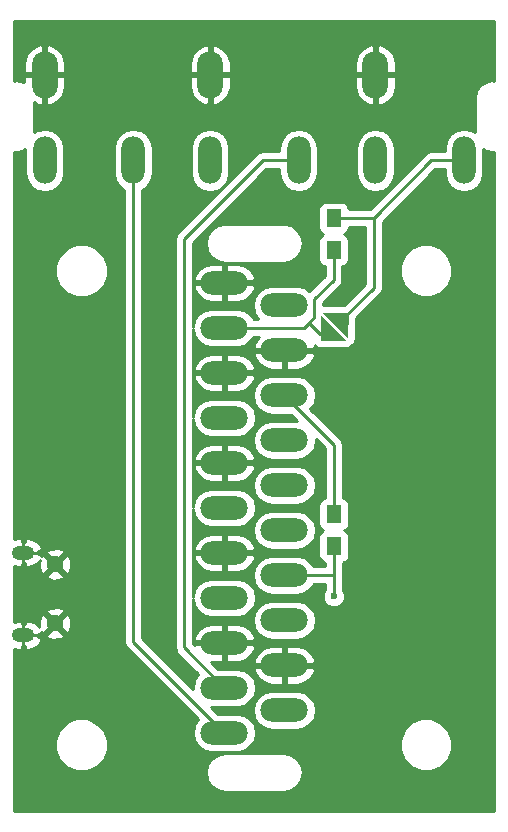
<source format=gbl>
G04 #@! TF.FileFunction,Copper,L2,Bot,Signal*
%FSLAX46Y46*%
G04 Gerber Fmt 4.6, Leading zero omitted, Abs format (unit mm)*
G04 Created by KiCad (PCBNEW 4.0.7) date 06/10/18 21:23:00*
%MOMM*%
%LPD*%
G01*
G04 APERTURE LIST*
%ADD10C,0.100000*%
%ADD11R,1.300000X1.500000*%
%ADD12O,2.200000X4.000000*%
%ADD13O,2.000000X4.000000*%
%ADD14O,4.000000X2.000000*%
%ADD15C,1.450000*%
%ADD16O,1.900000X1.200000*%
%ADD17C,0.600000*%
%ADD18C,0.250000*%
%ADD19C,0.254000*%
G04 APERTURE END LIST*
D10*
G36*
X156131790Y-92031679D02*
X158270081Y-94169970D01*
X156131790Y-94186941D01*
X156114819Y-94169970D01*
X156131790Y-92031679D01*
X156131790Y-92031679D01*
G37*
G36*
X158462450Y-93977601D02*
X156324159Y-91839310D01*
X158462450Y-91822339D01*
X158479421Y-91839310D01*
X158462450Y-93977601D01*
X158462450Y-93977601D01*
G37*
D11*
X157226000Y-111586000D03*
X157226000Y-108886000D03*
X157200600Y-83806040D03*
X157200600Y-86506040D03*
D12*
X132745000Y-71671000D03*
X146745000Y-71671000D03*
X160745000Y-71671000D03*
D13*
X132745000Y-78921000D03*
X140245000Y-78921000D03*
X168245000Y-78921000D03*
X160745000Y-78921000D03*
X154245000Y-78921000D03*
X146745000Y-78921000D03*
D14*
X153035000Y-91176000D03*
X153035000Y-94986000D03*
X153035000Y-98796000D03*
X153035000Y-102606000D03*
X153035000Y-125466000D03*
X153035000Y-121656000D03*
X153035000Y-117846000D03*
X153035000Y-114036000D03*
X153035000Y-110226000D03*
X153035000Y-106416000D03*
X147955000Y-127381000D03*
X147955000Y-123571000D03*
X147955000Y-119761000D03*
X147955000Y-115951000D03*
X147955000Y-112141000D03*
X147955000Y-89281000D03*
X147955000Y-93091000D03*
X147955000Y-96901000D03*
X147955000Y-100711000D03*
X147955000Y-104521000D03*
X147955000Y-108331000D03*
D15*
X133637520Y-113120800D03*
X133637520Y-118120800D03*
D16*
X130937520Y-112120800D03*
X130937520Y-119120800D03*
D17*
X159512000Y-86360000D03*
X157226000Y-115824000D03*
D18*
X130937520Y-112120800D02*
X132186800Y-112120800D01*
X132186800Y-112120800D02*
X132334000Y-112268000D01*
X130937520Y-112120800D02*
X130937520Y-112903520D01*
X130937520Y-112903520D02*
X131064000Y-113030000D01*
X130937520Y-119120800D02*
X132328800Y-119120800D01*
X132328800Y-119120800D02*
X132334000Y-119126000D01*
X130937520Y-119120800D02*
X130937520Y-117982480D01*
X130937520Y-117982480D02*
X131064000Y-117856000D01*
X130937520Y-119120800D02*
X130937520Y-120269520D01*
X130937520Y-120269520D02*
X131064000Y-120396000D01*
X130937520Y-112120800D02*
X130937520Y-110871520D01*
X130937520Y-110871520D02*
X130810000Y-110744000D01*
X140245000Y-78921000D02*
X140245000Y-119671000D01*
X140245000Y-119671000D02*
X147955000Y-127381000D01*
X156662120Y-93639640D02*
X156062680Y-93639640D01*
X156062680Y-93639640D02*
X155094940Y-92671900D01*
X157200600Y-86506040D02*
X157200600Y-89001600D01*
X154675840Y-93091000D02*
X147955000Y-93091000D01*
X155564840Y-92202000D02*
X155094940Y-92671900D01*
X155094940Y-92671900D02*
X154675840Y-93091000D01*
X155564840Y-90637360D02*
X155564840Y-92202000D01*
X157200600Y-89001600D02*
X155564840Y-90637360D01*
X147955000Y-123571000D02*
X144526000Y-120142000D01*
X151203000Y-78921000D02*
X154245000Y-78921000D01*
X144526000Y-85598000D02*
X151203000Y-78921000D01*
X144526000Y-120142000D02*
X144526000Y-85598000D01*
X153035000Y-114036000D02*
X157226000Y-114036000D01*
X157226000Y-114036000D02*
X157226000Y-114046000D01*
X157226000Y-115824000D02*
X157226000Y-114046000D01*
X157226000Y-114046000D02*
X157226000Y-111586000D01*
X153035000Y-114036000D02*
X154776000Y-114036000D01*
X160608000Y-83806040D02*
X160608000Y-89693760D01*
X160608000Y-89693760D02*
X157932120Y-92369640D01*
X168245000Y-78921000D02*
X165493040Y-78921000D01*
X160608000Y-83806040D02*
X157200600Y-83806040D01*
X165493040Y-78921000D02*
X160608000Y-83806040D01*
X157226000Y-108886000D02*
X157226000Y-102987000D01*
X157226000Y-102987000D02*
X153035000Y-98796000D01*
X153035000Y-98796000D02*
X154620120Y-98796000D01*
X153035000Y-91176000D02*
X154315000Y-91176000D01*
X153035000Y-117846000D02*
X152263000Y-117846000D01*
D19*
G36*
X170803500Y-72159048D02*
X170645000Y-72127520D01*
X170076715Y-72240559D01*
X169594946Y-72562466D01*
X169273039Y-73044235D01*
X169160000Y-73612520D01*
X169160000Y-76552146D01*
X168870687Y-76358834D01*
X168245000Y-76234377D01*
X167619313Y-76358834D01*
X167088880Y-76713257D01*
X166734457Y-77243690D01*
X166610000Y-77869377D01*
X166610000Y-78161000D01*
X165493040Y-78161000D01*
X165202201Y-78218852D01*
X164955639Y-78383599D01*
X160293198Y-83046040D01*
X158496158Y-83046040D01*
X158453762Y-82820723D01*
X158314690Y-82604599D01*
X158102490Y-82459609D01*
X157850600Y-82408600D01*
X156550600Y-82408600D01*
X156315283Y-82452878D01*
X156099159Y-82591950D01*
X155954169Y-82804150D01*
X155903160Y-83056040D01*
X155903160Y-84556040D01*
X155947438Y-84791357D01*
X156086510Y-85007481D01*
X156298710Y-85152471D01*
X156311797Y-85155121D01*
X156099159Y-85291950D01*
X155954169Y-85504150D01*
X155903160Y-85756040D01*
X155903160Y-87256040D01*
X155947438Y-87491357D01*
X156086510Y-87707481D01*
X156298710Y-87852471D01*
X156440600Y-87881204D01*
X156440600Y-88686798D01*
X155161681Y-89965717D01*
X154712310Y-89665457D01*
X154086623Y-89541000D01*
X151983377Y-89541000D01*
X151357690Y-89665457D01*
X150827257Y-90019880D01*
X150472834Y-90550313D01*
X150348377Y-91176000D01*
X150472834Y-91801687D01*
X150826509Y-92331000D01*
X150427421Y-92331000D01*
X150162743Y-91934880D01*
X149632310Y-91580457D01*
X149006623Y-91456000D01*
X146903377Y-91456000D01*
X146277690Y-91580457D01*
X145747257Y-91934880D01*
X145392834Y-92465313D01*
X145286000Y-93002403D01*
X145286000Y-89661434D01*
X145364876Y-89661434D01*
X145395856Y-89789355D01*
X145709078Y-90347317D01*
X146211980Y-90742942D01*
X146828000Y-90916000D01*
X147828000Y-90916000D01*
X147828000Y-89408000D01*
X148082000Y-89408000D01*
X148082000Y-90916000D01*
X149082000Y-90916000D01*
X149698020Y-90742942D01*
X150200922Y-90347317D01*
X150514144Y-89789355D01*
X150545124Y-89661434D01*
X150425777Y-89408000D01*
X148082000Y-89408000D01*
X147828000Y-89408000D01*
X145484223Y-89408000D01*
X145364876Y-89661434D01*
X145286000Y-89661434D01*
X145286000Y-88900566D01*
X145364876Y-88900566D01*
X145484223Y-89154000D01*
X147828000Y-89154000D01*
X147828000Y-87646000D01*
X148082000Y-87646000D01*
X148082000Y-89154000D01*
X150425777Y-89154000D01*
X150545124Y-88900566D01*
X150514144Y-88772645D01*
X150200922Y-88214683D01*
X149698020Y-87819058D01*
X149082000Y-87646000D01*
X148082000Y-87646000D01*
X147828000Y-87646000D01*
X146828000Y-87646000D01*
X146211980Y-87819058D01*
X145709078Y-88214683D01*
X145395856Y-88772645D01*
X145364876Y-88900566D01*
X145286000Y-88900566D01*
X145286000Y-85931000D01*
X146380950Y-85931000D01*
X146505407Y-86556687D01*
X146859830Y-87087120D01*
X147390263Y-87441543D01*
X148015950Y-87566000D01*
X152974050Y-87566000D01*
X153599737Y-87441543D01*
X154130170Y-87087120D01*
X154484593Y-86556687D01*
X154609050Y-85931000D01*
X154484593Y-85305313D01*
X154130170Y-84774880D01*
X153599737Y-84420457D01*
X152974050Y-84296000D01*
X148015950Y-84296000D01*
X147390263Y-84420457D01*
X146859830Y-84774880D01*
X146505407Y-85305313D01*
X146380950Y-85931000D01*
X145286000Y-85931000D01*
X145286000Y-85912802D01*
X151517802Y-79681000D01*
X152610000Y-79681000D01*
X152610000Y-79972623D01*
X152734457Y-80598310D01*
X153088880Y-81128743D01*
X153619313Y-81483166D01*
X154245000Y-81607623D01*
X154870687Y-81483166D01*
X155401120Y-81128743D01*
X155755543Y-80598310D01*
X155880000Y-79972623D01*
X155880000Y-77869377D01*
X159110000Y-77869377D01*
X159110000Y-79972623D01*
X159234457Y-80598310D01*
X159588880Y-81128743D01*
X160119313Y-81483166D01*
X160745000Y-81607623D01*
X161370687Y-81483166D01*
X161901120Y-81128743D01*
X162255543Y-80598310D01*
X162380000Y-79972623D01*
X162380000Y-77869377D01*
X162255543Y-77243690D01*
X161901120Y-76713257D01*
X161370687Y-76358834D01*
X160745000Y-76234377D01*
X160119313Y-76358834D01*
X159588880Y-76713257D01*
X159234457Y-77243690D01*
X159110000Y-77869377D01*
X155880000Y-77869377D01*
X155755543Y-77243690D01*
X155401120Y-76713257D01*
X154870687Y-76358834D01*
X154245000Y-76234377D01*
X153619313Y-76358834D01*
X153088880Y-76713257D01*
X152734457Y-77243690D01*
X152610000Y-77869377D01*
X152610000Y-78161000D01*
X151203000Y-78161000D01*
X150912161Y-78218852D01*
X150665599Y-78383599D01*
X143988599Y-85060599D01*
X143823852Y-85307161D01*
X143766000Y-85598000D01*
X143766000Y-120142000D01*
X143823852Y-120432839D01*
X143988599Y-120679401D01*
X145737973Y-122428775D01*
X145392834Y-122945313D01*
X145268377Y-123571000D01*
X145280438Y-123631636D01*
X141005000Y-119356198D01*
X141005000Y-81393421D01*
X141401120Y-81128743D01*
X141755543Y-80598310D01*
X141880000Y-79972623D01*
X141880000Y-77869377D01*
X145110000Y-77869377D01*
X145110000Y-79972623D01*
X145234457Y-80598310D01*
X145588880Y-81128743D01*
X146119313Y-81483166D01*
X146745000Y-81607623D01*
X147370687Y-81483166D01*
X147901120Y-81128743D01*
X148255543Y-80598310D01*
X148380000Y-79972623D01*
X148380000Y-77869377D01*
X148255543Y-77243690D01*
X147901120Y-76713257D01*
X147370687Y-76358834D01*
X146745000Y-76234377D01*
X146119313Y-76358834D01*
X145588880Y-76713257D01*
X145234457Y-77243690D01*
X145110000Y-77869377D01*
X141880000Y-77869377D01*
X141755543Y-77243690D01*
X141401120Y-76713257D01*
X140870687Y-76358834D01*
X140245000Y-76234377D01*
X139619313Y-76358834D01*
X139088880Y-76713257D01*
X138734457Y-77243690D01*
X138610000Y-77869377D01*
X138610000Y-79972623D01*
X138734457Y-80598310D01*
X139088880Y-81128743D01*
X139485000Y-81393421D01*
X139485000Y-119671000D01*
X139542852Y-119961839D01*
X139707599Y-120208401D01*
X145737973Y-126238775D01*
X145392834Y-126755313D01*
X145268377Y-127381000D01*
X145392834Y-128006687D01*
X145747257Y-128537120D01*
X146277690Y-128891543D01*
X146903377Y-129016000D01*
X149006623Y-129016000D01*
X149632310Y-128891543D01*
X149702911Y-128844369D01*
X162796363Y-128844369D01*
X163135905Y-129666122D01*
X163764071Y-130295386D01*
X164585231Y-130636361D01*
X165474369Y-130637137D01*
X166296122Y-130297595D01*
X166925386Y-129669429D01*
X167266361Y-128848269D01*
X167267137Y-127959131D01*
X166927595Y-127137378D01*
X166299429Y-126508114D01*
X165478269Y-126167139D01*
X164589131Y-126166363D01*
X163767378Y-126505905D01*
X163138114Y-127134071D01*
X162797139Y-127955231D01*
X162796363Y-128844369D01*
X149702911Y-128844369D01*
X150162743Y-128537120D01*
X150517166Y-128006687D01*
X150641623Y-127381000D01*
X150517166Y-126755313D01*
X150162743Y-126224880D01*
X149632310Y-125870457D01*
X149006623Y-125746000D01*
X147394802Y-125746000D01*
X147114802Y-125466000D01*
X150348377Y-125466000D01*
X150472834Y-126091687D01*
X150827257Y-126622120D01*
X151357690Y-126976543D01*
X151983377Y-127101000D01*
X154086623Y-127101000D01*
X154712310Y-126976543D01*
X155242743Y-126622120D01*
X155597166Y-126091687D01*
X155721623Y-125466000D01*
X155597166Y-124840313D01*
X155242743Y-124309880D01*
X154712310Y-123955457D01*
X154086623Y-123831000D01*
X151983377Y-123831000D01*
X151357690Y-123955457D01*
X150827257Y-124309880D01*
X150472834Y-124840313D01*
X150348377Y-125466000D01*
X147114802Y-125466000D01*
X146842741Y-125193939D01*
X146903377Y-125206000D01*
X149006623Y-125206000D01*
X149632310Y-125081543D01*
X150162743Y-124727120D01*
X150517166Y-124196687D01*
X150641623Y-123571000D01*
X150517166Y-122945313D01*
X150162743Y-122414880D01*
X149632310Y-122060457D01*
X149511539Y-122036434D01*
X150444876Y-122036434D01*
X150475856Y-122164355D01*
X150789078Y-122722317D01*
X151291980Y-123117942D01*
X151908000Y-123291000D01*
X152908000Y-123291000D01*
X152908000Y-121783000D01*
X153162000Y-121783000D01*
X153162000Y-123291000D01*
X154162000Y-123291000D01*
X154778020Y-123117942D01*
X155280922Y-122722317D01*
X155594144Y-122164355D01*
X155625124Y-122036434D01*
X155505777Y-121783000D01*
X153162000Y-121783000D01*
X152908000Y-121783000D01*
X150564223Y-121783000D01*
X150444876Y-122036434D01*
X149511539Y-122036434D01*
X149006623Y-121936000D01*
X147394802Y-121936000D01*
X146854802Y-121396000D01*
X147828000Y-121396000D01*
X147828000Y-119888000D01*
X148082000Y-119888000D01*
X148082000Y-121396000D01*
X149082000Y-121396000D01*
X149510698Y-121275566D01*
X150444876Y-121275566D01*
X150564223Y-121529000D01*
X152908000Y-121529000D01*
X152908000Y-120021000D01*
X153162000Y-120021000D01*
X153162000Y-121529000D01*
X155505777Y-121529000D01*
X155625124Y-121275566D01*
X155594144Y-121147645D01*
X155280922Y-120589683D01*
X154778020Y-120194058D01*
X154162000Y-120021000D01*
X153162000Y-120021000D01*
X152908000Y-120021000D01*
X151908000Y-120021000D01*
X151291980Y-120194058D01*
X150789078Y-120589683D01*
X150475856Y-121147645D01*
X150444876Y-121275566D01*
X149510698Y-121275566D01*
X149698020Y-121222942D01*
X150200922Y-120827317D01*
X150514144Y-120269355D01*
X150545124Y-120141434D01*
X150425777Y-119888000D01*
X148082000Y-119888000D01*
X147828000Y-119888000D01*
X145484223Y-119888000D01*
X145440227Y-119981425D01*
X145286000Y-119827198D01*
X145286000Y-119380566D01*
X145364876Y-119380566D01*
X145484223Y-119634000D01*
X147828000Y-119634000D01*
X147828000Y-118126000D01*
X148082000Y-118126000D01*
X148082000Y-119634000D01*
X150425777Y-119634000D01*
X150545124Y-119380566D01*
X150514144Y-119252645D01*
X150200922Y-118694683D01*
X149698020Y-118299058D01*
X149082000Y-118126000D01*
X148082000Y-118126000D01*
X147828000Y-118126000D01*
X146828000Y-118126000D01*
X146211980Y-118299058D01*
X145709078Y-118694683D01*
X145395856Y-119252645D01*
X145364876Y-119380566D01*
X145286000Y-119380566D01*
X145286000Y-117846000D01*
X150348377Y-117846000D01*
X150472834Y-118471687D01*
X150827257Y-119002120D01*
X151357690Y-119356543D01*
X151983377Y-119481000D01*
X154086623Y-119481000D01*
X154712310Y-119356543D01*
X155242743Y-119002120D01*
X155597166Y-118471687D01*
X155721623Y-117846000D01*
X155597166Y-117220313D01*
X155242743Y-116689880D01*
X154712310Y-116335457D01*
X154086623Y-116211000D01*
X151983377Y-116211000D01*
X151357690Y-116335457D01*
X150827257Y-116689880D01*
X150472834Y-117220313D01*
X150348377Y-117846000D01*
X145286000Y-117846000D01*
X145286000Y-116039597D01*
X145392834Y-116576687D01*
X145747257Y-117107120D01*
X146277690Y-117461543D01*
X146903377Y-117586000D01*
X149006623Y-117586000D01*
X149632310Y-117461543D01*
X150162743Y-117107120D01*
X150517166Y-116576687D01*
X150641623Y-115951000D01*
X150517166Y-115325313D01*
X150162743Y-114794880D01*
X149632310Y-114440457D01*
X149006623Y-114316000D01*
X146903377Y-114316000D01*
X146277690Y-114440457D01*
X145747257Y-114794880D01*
X145392834Y-115325313D01*
X145286000Y-115862403D01*
X145286000Y-112521434D01*
X145364876Y-112521434D01*
X145395856Y-112649355D01*
X145709078Y-113207317D01*
X146211980Y-113602942D01*
X146828000Y-113776000D01*
X147828000Y-113776000D01*
X147828000Y-112268000D01*
X148082000Y-112268000D01*
X148082000Y-113776000D01*
X149082000Y-113776000D01*
X149698020Y-113602942D01*
X150200922Y-113207317D01*
X150514144Y-112649355D01*
X150545124Y-112521434D01*
X150425777Y-112268000D01*
X148082000Y-112268000D01*
X147828000Y-112268000D01*
X145484223Y-112268000D01*
X145364876Y-112521434D01*
X145286000Y-112521434D01*
X145286000Y-111760566D01*
X145364876Y-111760566D01*
X145484223Y-112014000D01*
X147828000Y-112014000D01*
X147828000Y-110506000D01*
X148082000Y-110506000D01*
X148082000Y-112014000D01*
X150425777Y-112014000D01*
X150545124Y-111760566D01*
X150514144Y-111632645D01*
X150200922Y-111074683D01*
X149698020Y-110679058D01*
X149082000Y-110506000D01*
X148082000Y-110506000D01*
X147828000Y-110506000D01*
X146828000Y-110506000D01*
X146211980Y-110679058D01*
X145709078Y-111074683D01*
X145395856Y-111632645D01*
X145364876Y-111760566D01*
X145286000Y-111760566D01*
X145286000Y-110226000D01*
X150348377Y-110226000D01*
X150472834Y-110851687D01*
X150827257Y-111382120D01*
X151357690Y-111736543D01*
X151983377Y-111861000D01*
X154086623Y-111861000D01*
X154712310Y-111736543D01*
X155242743Y-111382120D01*
X155597166Y-110851687D01*
X155721623Y-110226000D01*
X155597166Y-109600313D01*
X155242743Y-109069880D01*
X154712310Y-108715457D01*
X154086623Y-108591000D01*
X151983377Y-108591000D01*
X151357690Y-108715457D01*
X150827257Y-109069880D01*
X150472834Y-109600313D01*
X150348377Y-110226000D01*
X145286000Y-110226000D01*
X145286000Y-108419597D01*
X145392834Y-108956687D01*
X145747257Y-109487120D01*
X146277690Y-109841543D01*
X146903377Y-109966000D01*
X149006623Y-109966000D01*
X149632310Y-109841543D01*
X150162743Y-109487120D01*
X150517166Y-108956687D01*
X150641623Y-108331000D01*
X150517166Y-107705313D01*
X150162743Y-107174880D01*
X149632310Y-106820457D01*
X149006623Y-106696000D01*
X146903377Y-106696000D01*
X146277690Y-106820457D01*
X145747257Y-107174880D01*
X145392834Y-107705313D01*
X145286000Y-108242403D01*
X145286000Y-106416000D01*
X150348377Y-106416000D01*
X150472834Y-107041687D01*
X150827257Y-107572120D01*
X151357690Y-107926543D01*
X151983377Y-108051000D01*
X154086623Y-108051000D01*
X154712310Y-107926543D01*
X155242743Y-107572120D01*
X155597166Y-107041687D01*
X155721623Y-106416000D01*
X155597166Y-105790313D01*
X155242743Y-105259880D01*
X154712310Y-104905457D01*
X154086623Y-104781000D01*
X151983377Y-104781000D01*
X151357690Y-104905457D01*
X150827257Y-105259880D01*
X150472834Y-105790313D01*
X150348377Y-106416000D01*
X145286000Y-106416000D01*
X145286000Y-104901434D01*
X145364876Y-104901434D01*
X145395856Y-105029355D01*
X145709078Y-105587317D01*
X146211980Y-105982942D01*
X146828000Y-106156000D01*
X147828000Y-106156000D01*
X147828000Y-104648000D01*
X148082000Y-104648000D01*
X148082000Y-106156000D01*
X149082000Y-106156000D01*
X149698020Y-105982942D01*
X150200922Y-105587317D01*
X150514144Y-105029355D01*
X150545124Y-104901434D01*
X150425777Y-104648000D01*
X148082000Y-104648000D01*
X147828000Y-104648000D01*
X145484223Y-104648000D01*
X145364876Y-104901434D01*
X145286000Y-104901434D01*
X145286000Y-104140566D01*
X145364876Y-104140566D01*
X145484223Y-104394000D01*
X147828000Y-104394000D01*
X147828000Y-102886000D01*
X148082000Y-102886000D01*
X148082000Y-104394000D01*
X150425777Y-104394000D01*
X150545124Y-104140566D01*
X150514144Y-104012645D01*
X150200922Y-103454683D01*
X149698020Y-103059058D01*
X149082000Y-102886000D01*
X148082000Y-102886000D01*
X147828000Y-102886000D01*
X146828000Y-102886000D01*
X146211980Y-103059058D01*
X145709078Y-103454683D01*
X145395856Y-104012645D01*
X145364876Y-104140566D01*
X145286000Y-104140566D01*
X145286000Y-100799597D01*
X145392834Y-101336687D01*
X145747257Y-101867120D01*
X146277690Y-102221543D01*
X146903377Y-102346000D01*
X149006623Y-102346000D01*
X149632310Y-102221543D01*
X150162743Y-101867120D01*
X150517166Y-101336687D01*
X150641623Y-100711000D01*
X150517166Y-100085313D01*
X150162743Y-99554880D01*
X149632310Y-99200457D01*
X149006623Y-99076000D01*
X146903377Y-99076000D01*
X146277690Y-99200457D01*
X145747257Y-99554880D01*
X145392834Y-100085313D01*
X145286000Y-100622403D01*
X145286000Y-98796000D01*
X150348377Y-98796000D01*
X150472834Y-99421687D01*
X150827257Y-99952120D01*
X151357690Y-100306543D01*
X151983377Y-100431000D01*
X153595198Y-100431000D01*
X154147259Y-100983061D01*
X154086623Y-100971000D01*
X151983377Y-100971000D01*
X151357690Y-101095457D01*
X150827257Y-101449880D01*
X150472834Y-101980313D01*
X150348377Y-102606000D01*
X150472834Y-103231687D01*
X150827257Y-103762120D01*
X151357690Y-104116543D01*
X151983377Y-104241000D01*
X154086623Y-104241000D01*
X154712310Y-104116543D01*
X155242743Y-103762120D01*
X155597166Y-103231687D01*
X155721623Y-102606000D01*
X155709562Y-102545364D01*
X156466000Y-103301802D01*
X156466000Y-107509258D01*
X156340683Y-107532838D01*
X156124559Y-107671910D01*
X155979569Y-107884110D01*
X155928560Y-108136000D01*
X155928560Y-109636000D01*
X155972838Y-109871317D01*
X156111910Y-110087441D01*
X156324110Y-110232431D01*
X156337197Y-110235081D01*
X156124559Y-110371910D01*
X155979569Y-110584110D01*
X155928560Y-110836000D01*
X155928560Y-112336000D01*
X155972838Y-112571317D01*
X156111910Y-112787441D01*
X156324110Y-112932431D01*
X156466000Y-112961164D01*
X156466000Y-113276000D01*
X155507421Y-113276000D01*
X155242743Y-112879880D01*
X154712310Y-112525457D01*
X154086623Y-112401000D01*
X151983377Y-112401000D01*
X151357690Y-112525457D01*
X150827257Y-112879880D01*
X150472834Y-113410313D01*
X150348377Y-114036000D01*
X150472834Y-114661687D01*
X150827257Y-115192120D01*
X151357690Y-115546543D01*
X151983377Y-115671000D01*
X154086623Y-115671000D01*
X154712310Y-115546543D01*
X155242743Y-115192120D01*
X155507421Y-114796000D01*
X156466000Y-114796000D01*
X156466000Y-115261537D01*
X156433808Y-115293673D01*
X156291162Y-115637201D01*
X156290838Y-116009167D01*
X156432883Y-116352943D01*
X156695673Y-116616192D01*
X157039201Y-116758838D01*
X157411167Y-116759162D01*
X157754943Y-116617117D01*
X158018192Y-116354327D01*
X158160838Y-116010799D01*
X158161162Y-115638833D01*
X158019117Y-115295057D01*
X157986000Y-115261882D01*
X157986000Y-112962742D01*
X158111317Y-112939162D01*
X158327441Y-112800090D01*
X158472431Y-112587890D01*
X158523440Y-112336000D01*
X158523440Y-110836000D01*
X158479162Y-110600683D01*
X158340090Y-110384559D01*
X158127890Y-110239569D01*
X158114803Y-110236919D01*
X158327441Y-110100090D01*
X158472431Y-109887890D01*
X158523440Y-109636000D01*
X158523440Y-108136000D01*
X158479162Y-107900683D01*
X158340090Y-107684559D01*
X158127890Y-107539569D01*
X157986000Y-107510836D01*
X157986000Y-102987000D01*
X157928148Y-102696161D01*
X157763401Y-102449599D01*
X155252027Y-99938225D01*
X155597166Y-99421687D01*
X155721623Y-98796000D01*
X155597166Y-98170313D01*
X155242743Y-97639880D01*
X154712310Y-97285457D01*
X154086623Y-97161000D01*
X151983377Y-97161000D01*
X151357690Y-97285457D01*
X150827257Y-97639880D01*
X150472834Y-98170313D01*
X150348377Y-98796000D01*
X145286000Y-98796000D01*
X145286000Y-97281434D01*
X145364876Y-97281434D01*
X145395856Y-97409355D01*
X145709078Y-97967317D01*
X146211980Y-98362942D01*
X146828000Y-98536000D01*
X147828000Y-98536000D01*
X147828000Y-97028000D01*
X148082000Y-97028000D01*
X148082000Y-98536000D01*
X149082000Y-98536000D01*
X149698020Y-98362942D01*
X150200922Y-97967317D01*
X150514144Y-97409355D01*
X150545124Y-97281434D01*
X150425777Y-97028000D01*
X148082000Y-97028000D01*
X147828000Y-97028000D01*
X145484223Y-97028000D01*
X145364876Y-97281434D01*
X145286000Y-97281434D01*
X145286000Y-96520566D01*
X145364876Y-96520566D01*
X145484223Y-96774000D01*
X147828000Y-96774000D01*
X147828000Y-95266000D01*
X148082000Y-95266000D01*
X148082000Y-96774000D01*
X150425777Y-96774000D01*
X150545124Y-96520566D01*
X150514144Y-96392645D01*
X150200922Y-95834683D01*
X149698020Y-95439058D01*
X149439507Y-95366434D01*
X150444876Y-95366434D01*
X150475856Y-95494355D01*
X150789078Y-96052317D01*
X151291980Y-96447942D01*
X151908000Y-96621000D01*
X152908000Y-96621000D01*
X152908000Y-95113000D01*
X153162000Y-95113000D01*
X153162000Y-96621000D01*
X154162000Y-96621000D01*
X154778020Y-96447942D01*
X155280922Y-96052317D01*
X155594144Y-95494355D01*
X155625124Y-95366434D01*
X155505777Y-95113000D01*
X153162000Y-95113000D01*
X152908000Y-95113000D01*
X150564223Y-95113000D01*
X150444876Y-95366434D01*
X149439507Y-95366434D01*
X149082000Y-95266000D01*
X148082000Y-95266000D01*
X147828000Y-95266000D01*
X146828000Y-95266000D01*
X146211980Y-95439058D01*
X145709078Y-95834683D01*
X145395856Y-96392645D01*
X145364876Y-96520566D01*
X145286000Y-96520566D01*
X145286000Y-93179597D01*
X145392834Y-93716687D01*
X145747257Y-94247120D01*
X146277690Y-94601543D01*
X146903377Y-94726000D01*
X149006623Y-94726000D01*
X149632310Y-94601543D01*
X150162743Y-94247120D01*
X150427421Y-93851000D01*
X150876385Y-93851000D01*
X150789078Y-93919683D01*
X150475856Y-94477645D01*
X150444876Y-94605566D01*
X150564223Y-94859000D01*
X152908000Y-94859000D01*
X152908000Y-94839000D01*
X153162000Y-94839000D01*
X153162000Y-94859000D01*
X155505777Y-94859000D01*
X155625124Y-94605566D01*
X155615256Y-94564821D01*
X155657010Y-94627779D01*
X155673981Y-94644750D01*
X155884641Y-94785352D01*
X156136928Y-94834361D01*
X158275219Y-94817390D01*
X158497043Y-94776325D01*
X158715068Y-94640252D01*
X158805867Y-94511227D01*
X158910194Y-94445259D01*
X159056863Y-94234217D01*
X159109870Y-93982739D01*
X159123599Y-92252963D01*
X161145401Y-90231161D01*
X161310148Y-89984599D01*
X161368000Y-89693760D01*
X161368000Y-88702869D01*
X162796363Y-88702869D01*
X163135905Y-89524622D01*
X163764071Y-90153886D01*
X164585231Y-90494861D01*
X165474369Y-90495637D01*
X166296122Y-90156095D01*
X166925386Y-89527929D01*
X167266361Y-88706769D01*
X167267137Y-87817631D01*
X166927595Y-86995878D01*
X166299429Y-86366614D01*
X165478269Y-86025639D01*
X164589131Y-86024863D01*
X163767378Y-86364405D01*
X163138114Y-86992571D01*
X162797139Y-87813731D01*
X162796363Y-88702869D01*
X161368000Y-88702869D01*
X161368000Y-84120842D01*
X165807842Y-79681000D01*
X166610000Y-79681000D01*
X166610000Y-79972623D01*
X166734457Y-80598310D01*
X167088880Y-81128743D01*
X167619313Y-81483166D01*
X168245000Y-81607623D01*
X168870687Y-81483166D01*
X169401120Y-81128743D01*
X169755543Y-80598310D01*
X169880000Y-79972623D01*
X169880000Y-77970001D01*
X170076715Y-78101441D01*
X170645000Y-78214480D01*
X170803500Y-78182952D01*
X170803500Y-133973500D01*
X130186500Y-133973500D01*
X130186500Y-130731000D01*
X146380950Y-130731000D01*
X146505407Y-131356687D01*
X146859830Y-131887120D01*
X147390263Y-132241543D01*
X148015950Y-132366000D01*
X152974050Y-132366000D01*
X153599737Y-132241543D01*
X154130170Y-131887120D01*
X154484593Y-131356687D01*
X154609050Y-130731000D01*
X154484593Y-130105313D01*
X154130170Y-129574880D01*
X153599737Y-129220457D01*
X152974050Y-129096000D01*
X148015950Y-129096000D01*
X147390263Y-129220457D01*
X146859830Y-129574880D01*
X146505407Y-130105313D01*
X146380950Y-130731000D01*
X130186500Y-130731000D01*
X130186500Y-128844369D01*
X133622863Y-128844369D01*
X133962405Y-129666122D01*
X134590571Y-130295386D01*
X135411731Y-130636361D01*
X136300869Y-130637137D01*
X137122622Y-130297595D01*
X137751886Y-129669429D01*
X138092861Y-128848269D01*
X138093637Y-127959131D01*
X137754095Y-127137378D01*
X137125929Y-126508114D01*
X136304769Y-126167139D01*
X135415631Y-126166363D01*
X134593878Y-126505905D01*
X133964614Y-127134071D01*
X133623639Y-127955231D01*
X133622863Y-128844369D01*
X130186500Y-128844369D01*
X130186500Y-120271389D01*
X130460520Y-120355800D01*
X130810520Y-120355800D01*
X130810520Y-120055800D01*
X131064520Y-120055800D01*
X131064520Y-120355800D01*
X131414520Y-120355800D01*
X131877467Y-120213190D01*
X132250600Y-119904274D01*
X132477112Y-119476081D01*
X132480982Y-119438409D01*
X132356251Y-119247800D01*
X132197258Y-119247800D01*
X132222520Y-119120800D01*
X132213251Y-119074198D01*
X132863727Y-119074198D01*
X132928642Y-119312553D01*
X133438666Y-119493112D01*
X133978964Y-119464749D01*
X134346398Y-119312553D01*
X134411313Y-119074198D01*
X133637520Y-118300405D01*
X132863727Y-119074198D01*
X132213251Y-119074198D01*
X132197258Y-118993800D01*
X132356251Y-118993800D01*
X132460944Y-118833812D01*
X132684122Y-118894593D01*
X133457915Y-118120800D01*
X133817125Y-118120800D01*
X134590918Y-118894593D01*
X134829273Y-118829678D01*
X135009832Y-118319654D01*
X134981469Y-117779356D01*
X134829273Y-117411922D01*
X134590918Y-117347007D01*
X133817125Y-118120800D01*
X133457915Y-118120800D01*
X132684122Y-117347007D01*
X132445767Y-117411922D01*
X132265208Y-117921946D01*
X132291025Y-118413745D01*
X132250600Y-118337326D01*
X131877467Y-118028410D01*
X131414520Y-117885800D01*
X131064520Y-117885800D01*
X131064520Y-118185800D01*
X130810520Y-118185800D01*
X130810520Y-117885800D01*
X130460520Y-117885800D01*
X130186500Y-117970211D01*
X130186500Y-117167402D01*
X132863727Y-117167402D01*
X133637520Y-117941195D01*
X134411313Y-117167402D01*
X134346398Y-116929047D01*
X133836374Y-116748488D01*
X133296076Y-116776851D01*
X132928642Y-116929047D01*
X132863727Y-117167402D01*
X130186500Y-117167402D01*
X130186500Y-114074198D01*
X132863727Y-114074198D01*
X132928642Y-114312553D01*
X133438666Y-114493112D01*
X133978964Y-114464749D01*
X134346398Y-114312553D01*
X134411313Y-114074198D01*
X133637520Y-113300405D01*
X132863727Y-114074198D01*
X130186500Y-114074198D01*
X130186500Y-113271389D01*
X130460520Y-113355800D01*
X130810520Y-113355800D01*
X130810520Y-113055800D01*
X131064520Y-113055800D01*
X131064520Y-113355800D01*
X131414520Y-113355800D01*
X131877467Y-113213190D01*
X132250600Y-112904274D01*
X132313678Y-112785032D01*
X132265208Y-112921946D01*
X132293571Y-113462244D01*
X132445767Y-113829678D01*
X132684122Y-113894593D01*
X133457915Y-113120800D01*
X133817125Y-113120800D01*
X134590918Y-113894593D01*
X134829273Y-113829678D01*
X135009832Y-113319654D01*
X134981469Y-112779356D01*
X134829273Y-112411922D01*
X134590918Y-112347007D01*
X133817125Y-113120800D01*
X133457915Y-113120800D01*
X132684122Y-112347007D01*
X132460944Y-112407788D01*
X132356251Y-112247800D01*
X132197258Y-112247800D01*
X132213250Y-112167402D01*
X132863727Y-112167402D01*
X133637520Y-112941195D01*
X134411313Y-112167402D01*
X134346398Y-111929047D01*
X133836374Y-111748488D01*
X133296076Y-111776851D01*
X132928642Y-111929047D01*
X132863727Y-112167402D01*
X132213250Y-112167402D01*
X132222520Y-112120800D01*
X132197258Y-111993800D01*
X132356251Y-111993800D01*
X132480982Y-111803191D01*
X132477112Y-111765519D01*
X132250600Y-111337326D01*
X131877467Y-111028410D01*
X131414520Y-110885800D01*
X131064520Y-110885800D01*
X131064520Y-111185800D01*
X130810520Y-111185800D01*
X130810520Y-110885800D01*
X130460520Y-110885800D01*
X130186500Y-110970211D01*
X130186500Y-88702869D01*
X133622863Y-88702869D01*
X133962405Y-89524622D01*
X134590571Y-90153886D01*
X135411731Y-90494861D01*
X136300869Y-90495637D01*
X137122622Y-90156095D01*
X137751886Y-89527929D01*
X138092861Y-88706769D01*
X138093637Y-87817631D01*
X137754095Y-86995878D01*
X137125929Y-86366614D01*
X136304769Y-86025639D01*
X135415631Y-86024863D01*
X134593878Y-86364405D01*
X133964614Y-86992571D01*
X133623639Y-87813731D01*
X133622863Y-88702869D01*
X130186500Y-88702869D01*
X130186500Y-78182952D01*
X130345000Y-78214480D01*
X130913285Y-78101441D01*
X131110000Y-77970001D01*
X131110000Y-79972623D01*
X131234457Y-80598310D01*
X131588880Y-81128743D01*
X132119313Y-81483166D01*
X132745000Y-81607623D01*
X133370687Y-81483166D01*
X133901120Y-81128743D01*
X134255543Y-80598310D01*
X134380000Y-79972623D01*
X134380000Y-77869377D01*
X134255543Y-77243690D01*
X133901120Y-76713257D01*
X133370687Y-76358834D01*
X132745000Y-76234377D01*
X132119313Y-76358834D01*
X131830000Y-76552146D01*
X131830000Y-74013574D01*
X132198376Y-74222531D01*
X132348878Y-74260175D01*
X132618000Y-74142125D01*
X132618000Y-71798000D01*
X132872000Y-71798000D01*
X132872000Y-74142125D01*
X133141122Y-74260175D01*
X133291624Y-74222531D01*
X133882028Y-73887632D01*
X134299330Y-73352288D01*
X134480000Y-72698000D01*
X134480000Y-71798000D01*
X145010000Y-71798000D01*
X145010000Y-72698000D01*
X145190670Y-73352288D01*
X145607972Y-73887632D01*
X146198376Y-74222531D01*
X146348878Y-74260175D01*
X146618000Y-74142125D01*
X146618000Y-71798000D01*
X146872000Y-71798000D01*
X146872000Y-74142125D01*
X147141122Y-74260175D01*
X147291624Y-74222531D01*
X147882028Y-73887632D01*
X148299330Y-73352288D01*
X148480000Y-72698000D01*
X148480000Y-71798000D01*
X159010000Y-71798000D01*
X159010000Y-72698000D01*
X159190670Y-73352288D01*
X159607972Y-73887632D01*
X160198376Y-74222531D01*
X160348878Y-74260175D01*
X160618000Y-74142125D01*
X160618000Y-71798000D01*
X160872000Y-71798000D01*
X160872000Y-74142125D01*
X161141122Y-74260175D01*
X161291624Y-74222531D01*
X161882028Y-73887632D01*
X162299330Y-73352288D01*
X162480000Y-72698000D01*
X162480000Y-71798000D01*
X160872000Y-71798000D01*
X160618000Y-71798000D01*
X159010000Y-71798000D01*
X148480000Y-71798000D01*
X146872000Y-71798000D01*
X146618000Y-71798000D01*
X145010000Y-71798000D01*
X134480000Y-71798000D01*
X132872000Y-71798000D01*
X132618000Y-71798000D01*
X131010000Y-71798000D01*
X131010000Y-72305182D01*
X130913285Y-72240559D01*
X130345000Y-72127520D01*
X130186500Y-72159048D01*
X130186500Y-70644000D01*
X131010000Y-70644000D01*
X131010000Y-71544000D01*
X132618000Y-71544000D01*
X132618000Y-69199875D01*
X132872000Y-69199875D01*
X132872000Y-71544000D01*
X134480000Y-71544000D01*
X134480000Y-70644000D01*
X145010000Y-70644000D01*
X145010000Y-71544000D01*
X146618000Y-71544000D01*
X146618000Y-69199875D01*
X146872000Y-69199875D01*
X146872000Y-71544000D01*
X148480000Y-71544000D01*
X148480000Y-70644000D01*
X159010000Y-70644000D01*
X159010000Y-71544000D01*
X160618000Y-71544000D01*
X160618000Y-69199875D01*
X160872000Y-69199875D01*
X160872000Y-71544000D01*
X162480000Y-71544000D01*
X162480000Y-70644000D01*
X162299330Y-69989712D01*
X161882028Y-69454368D01*
X161291624Y-69119469D01*
X161141122Y-69081825D01*
X160872000Y-69199875D01*
X160618000Y-69199875D01*
X160348878Y-69081825D01*
X160198376Y-69119469D01*
X159607972Y-69454368D01*
X159190670Y-69989712D01*
X159010000Y-70644000D01*
X148480000Y-70644000D01*
X148299330Y-69989712D01*
X147882028Y-69454368D01*
X147291624Y-69119469D01*
X147141122Y-69081825D01*
X146872000Y-69199875D01*
X146618000Y-69199875D01*
X146348878Y-69081825D01*
X146198376Y-69119469D01*
X145607972Y-69454368D01*
X145190670Y-69989712D01*
X145010000Y-70644000D01*
X134480000Y-70644000D01*
X134299330Y-69989712D01*
X133882028Y-69454368D01*
X133291624Y-69119469D01*
X133141122Y-69081825D01*
X132872000Y-69199875D01*
X132618000Y-69199875D01*
X132348878Y-69081825D01*
X132198376Y-69119469D01*
X131607972Y-69454368D01*
X131190670Y-69989712D01*
X131010000Y-70644000D01*
X130186500Y-70644000D01*
X130186500Y-67131000D01*
X170803500Y-67131000D01*
X170803500Y-72159048D01*
X170803500Y-72159048D01*
G37*
X170803500Y-72159048D02*
X170645000Y-72127520D01*
X170076715Y-72240559D01*
X169594946Y-72562466D01*
X169273039Y-73044235D01*
X169160000Y-73612520D01*
X169160000Y-76552146D01*
X168870687Y-76358834D01*
X168245000Y-76234377D01*
X167619313Y-76358834D01*
X167088880Y-76713257D01*
X166734457Y-77243690D01*
X166610000Y-77869377D01*
X166610000Y-78161000D01*
X165493040Y-78161000D01*
X165202201Y-78218852D01*
X164955639Y-78383599D01*
X160293198Y-83046040D01*
X158496158Y-83046040D01*
X158453762Y-82820723D01*
X158314690Y-82604599D01*
X158102490Y-82459609D01*
X157850600Y-82408600D01*
X156550600Y-82408600D01*
X156315283Y-82452878D01*
X156099159Y-82591950D01*
X155954169Y-82804150D01*
X155903160Y-83056040D01*
X155903160Y-84556040D01*
X155947438Y-84791357D01*
X156086510Y-85007481D01*
X156298710Y-85152471D01*
X156311797Y-85155121D01*
X156099159Y-85291950D01*
X155954169Y-85504150D01*
X155903160Y-85756040D01*
X155903160Y-87256040D01*
X155947438Y-87491357D01*
X156086510Y-87707481D01*
X156298710Y-87852471D01*
X156440600Y-87881204D01*
X156440600Y-88686798D01*
X155161681Y-89965717D01*
X154712310Y-89665457D01*
X154086623Y-89541000D01*
X151983377Y-89541000D01*
X151357690Y-89665457D01*
X150827257Y-90019880D01*
X150472834Y-90550313D01*
X150348377Y-91176000D01*
X150472834Y-91801687D01*
X150826509Y-92331000D01*
X150427421Y-92331000D01*
X150162743Y-91934880D01*
X149632310Y-91580457D01*
X149006623Y-91456000D01*
X146903377Y-91456000D01*
X146277690Y-91580457D01*
X145747257Y-91934880D01*
X145392834Y-92465313D01*
X145286000Y-93002403D01*
X145286000Y-89661434D01*
X145364876Y-89661434D01*
X145395856Y-89789355D01*
X145709078Y-90347317D01*
X146211980Y-90742942D01*
X146828000Y-90916000D01*
X147828000Y-90916000D01*
X147828000Y-89408000D01*
X148082000Y-89408000D01*
X148082000Y-90916000D01*
X149082000Y-90916000D01*
X149698020Y-90742942D01*
X150200922Y-90347317D01*
X150514144Y-89789355D01*
X150545124Y-89661434D01*
X150425777Y-89408000D01*
X148082000Y-89408000D01*
X147828000Y-89408000D01*
X145484223Y-89408000D01*
X145364876Y-89661434D01*
X145286000Y-89661434D01*
X145286000Y-88900566D01*
X145364876Y-88900566D01*
X145484223Y-89154000D01*
X147828000Y-89154000D01*
X147828000Y-87646000D01*
X148082000Y-87646000D01*
X148082000Y-89154000D01*
X150425777Y-89154000D01*
X150545124Y-88900566D01*
X150514144Y-88772645D01*
X150200922Y-88214683D01*
X149698020Y-87819058D01*
X149082000Y-87646000D01*
X148082000Y-87646000D01*
X147828000Y-87646000D01*
X146828000Y-87646000D01*
X146211980Y-87819058D01*
X145709078Y-88214683D01*
X145395856Y-88772645D01*
X145364876Y-88900566D01*
X145286000Y-88900566D01*
X145286000Y-85931000D01*
X146380950Y-85931000D01*
X146505407Y-86556687D01*
X146859830Y-87087120D01*
X147390263Y-87441543D01*
X148015950Y-87566000D01*
X152974050Y-87566000D01*
X153599737Y-87441543D01*
X154130170Y-87087120D01*
X154484593Y-86556687D01*
X154609050Y-85931000D01*
X154484593Y-85305313D01*
X154130170Y-84774880D01*
X153599737Y-84420457D01*
X152974050Y-84296000D01*
X148015950Y-84296000D01*
X147390263Y-84420457D01*
X146859830Y-84774880D01*
X146505407Y-85305313D01*
X146380950Y-85931000D01*
X145286000Y-85931000D01*
X145286000Y-85912802D01*
X151517802Y-79681000D01*
X152610000Y-79681000D01*
X152610000Y-79972623D01*
X152734457Y-80598310D01*
X153088880Y-81128743D01*
X153619313Y-81483166D01*
X154245000Y-81607623D01*
X154870687Y-81483166D01*
X155401120Y-81128743D01*
X155755543Y-80598310D01*
X155880000Y-79972623D01*
X155880000Y-77869377D01*
X159110000Y-77869377D01*
X159110000Y-79972623D01*
X159234457Y-80598310D01*
X159588880Y-81128743D01*
X160119313Y-81483166D01*
X160745000Y-81607623D01*
X161370687Y-81483166D01*
X161901120Y-81128743D01*
X162255543Y-80598310D01*
X162380000Y-79972623D01*
X162380000Y-77869377D01*
X162255543Y-77243690D01*
X161901120Y-76713257D01*
X161370687Y-76358834D01*
X160745000Y-76234377D01*
X160119313Y-76358834D01*
X159588880Y-76713257D01*
X159234457Y-77243690D01*
X159110000Y-77869377D01*
X155880000Y-77869377D01*
X155755543Y-77243690D01*
X155401120Y-76713257D01*
X154870687Y-76358834D01*
X154245000Y-76234377D01*
X153619313Y-76358834D01*
X153088880Y-76713257D01*
X152734457Y-77243690D01*
X152610000Y-77869377D01*
X152610000Y-78161000D01*
X151203000Y-78161000D01*
X150912161Y-78218852D01*
X150665599Y-78383599D01*
X143988599Y-85060599D01*
X143823852Y-85307161D01*
X143766000Y-85598000D01*
X143766000Y-120142000D01*
X143823852Y-120432839D01*
X143988599Y-120679401D01*
X145737973Y-122428775D01*
X145392834Y-122945313D01*
X145268377Y-123571000D01*
X145280438Y-123631636D01*
X141005000Y-119356198D01*
X141005000Y-81393421D01*
X141401120Y-81128743D01*
X141755543Y-80598310D01*
X141880000Y-79972623D01*
X141880000Y-77869377D01*
X145110000Y-77869377D01*
X145110000Y-79972623D01*
X145234457Y-80598310D01*
X145588880Y-81128743D01*
X146119313Y-81483166D01*
X146745000Y-81607623D01*
X147370687Y-81483166D01*
X147901120Y-81128743D01*
X148255543Y-80598310D01*
X148380000Y-79972623D01*
X148380000Y-77869377D01*
X148255543Y-77243690D01*
X147901120Y-76713257D01*
X147370687Y-76358834D01*
X146745000Y-76234377D01*
X146119313Y-76358834D01*
X145588880Y-76713257D01*
X145234457Y-77243690D01*
X145110000Y-77869377D01*
X141880000Y-77869377D01*
X141755543Y-77243690D01*
X141401120Y-76713257D01*
X140870687Y-76358834D01*
X140245000Y-76234377D01*
X139619313Y-76358834D01*
X139088880Y-76713257D01*
X138734457Y-77243690D01*
X138610000Y-77869377D01*
X138610000Y-79972623D01*
X138734457Y-80598310D01*
X139088880Y-81128743D01*
X139485000Y-81393421D01*
X139485000Y-119671000D01*
X139542852Y-119961839D01*
X139707599Y-120208401D01*
X145737973Y-126238775D01*
X145392834Y-126755313D01*
X145268377Y-127381000D01*
X145392834Y-128006687D01*
X145747257Y-128537120D01*
X146277690Y-128891543D01*
X146903377Y-129016000D01*
X149006623Y-129016000D01*
X149632310Y-128891543D01*
X149702911Y-128844369D01*
X162796363Y-128844369D01*
X163135905Y-129666122D01*
X163764071Y-130295386D01*
X164585231Y-130636361D01*
X165474369Y-130637137D01*
X166296122Y-130297595D01*
X166925386Y-129669429D01*
X167266361Y-128848269D01*
X167267137Y-127959131D01*
X166927595Y-127137378D01*
X166299429Y-126508114D01*
X165478269Y-126167139D01*
X164589131Y-126166363D01*
X163767378Y-126505905D01*
X163138114Y-127134071D01*
X162797139Y-127955231D01*
X162796363Y-128844369D01*
X149702911Y-128844369D01*
X150162743Y-128537120D01*
X150517166Y-128006687D01*
X150641623Y-127381000D01*
X150517166Y-126755313D01*
X150162743Y-126224880D01*
X149632310Y-125870457D01*
X149006623Y-125746000D01*
X147394802Y-125746000D01*
X147114802Y-125466000D01*
X150348377Y-125466000D01*
X150472834Y-126091687D01*
X150827257Y-126622120D01*
X151357690Y-126976543D01*
X151983377Y-127101000D01*
X154086623Y-127101000D01*
X154712310Y-126976543D01*
X155242743Y-126622120D01*
X155597166Y-126091687D01*
X155721623Y-125466000D01*
X155597166Y-124840313D01*
X155242743Y-124309880D01*
X154712310Y-123955457D01*
X154086623Y-123831000D01*
X151983377Y-123831000D01*
X151357690Y-123955457D01*
X150827257Y-124309880D01*
X150472834Y-124840313D01*
X150348377Y-125466000D01*
X147114802Y-125466000D01*
X146842741Y-125193939D01*
X146903377Y-125206000D01*
X149006623Y-125206000D01*
X149632310Y-125081543D01*
X150162743Y-124727120D01*
X150517166Y-124196687D01*
X150641623Y-123571000D01*
X150517166Y-122945313D01*
X150162743Y-122414880D01*
X149632310Y-122060457D01*
X149511539Y-122036434D01*
X150444876Y-122036434D01*
X150475856Y-122164355D01*
X150789078Y-122722317D01*
X151291980Y-123117942D01*
X151908000Y-123291000D01*
X152908000Y-123291000D01*
X152908000Y-121783000D01*
X153162000Y-121783000D01*
X153162000Y-123291000D01*
X154162000Y-123291000D01*
X154778020Y-123117942D01*
X155280922Y-122722317D01*
X155594144Y-122164355D01*
X155625124Y-122036434D01*
X155505777Y-121783000D01*
X153162000Y-121783000D01*
X152908000Y-121783000D01*
X150564223Y-121783000D01*
X150444876Y-122036434D01*
X149511539Y-122036434D01*
X149006623Y-121936000D01*
X147394802Y-121936000D01*
X146854802Y-121396000D01*
X147828000Y-121396000D01*
X147828000Y-119888000D01*
X148082000Y-119888000D01*
X148082000Y-121396000D01*
X149082000Y-121396000D01*
X149510698Y-121275566D01*
X150444876Y-121275566D01*
X150564223Y-121529000D01*
X152908000Y-121529000D01*
X152908000Y-120021000D01*
X153162000Y-120021000D01*
X153162000Y-121529000D01*
X155505777Y-121529000D01*
X155625124Y-121275566D01*
X155594144Y-121147645D01*
X155280922Y-120589683D01*
X154778020Y-120194058D01*
X154162000Y-120021000D01*
X153162000Y-120021000D01*
X152908000Y-120021000D01*
X151908000Y-120021000D01*
X151291980Y-120194058D01*
X150789078Y-120589683D01*
X150475856Y-121147645D01*
X150444876Y-121275566D01*
X149510698Y-121275566D01*
X149698020Y-121222942D01*
X150200922Y-120827317D01*
X150514144Y-120269355D01*
X150545124Y-120141434D01*
X150425777Y-119888000D01*
X148082000Y-119888000D01*
X147828000Y-119888000D01*
X145484223Y-119888000D01*
X145440227Y-119981425D01*
X145286000Y-119827198D01*
X145286000Y-119380566D01*
X145364876Y-119380566D01*
X145484223Y-119634000D01*
X147828000Y-119634000D01*
X147828000Y-118126000D01*
X148082000Y-118126000D01*
X148082000Y-119634000D01*
X150425777Y-119634000D01*
X150545124Y-119380566D01*
X150514144Y-119252645D01*
X150200922Y-118694683D01*
X149698020Y-118299058D01*
X149082000Y-118126000D01*
X148082000Y-118126000D01*
X147828000Y-118126000D01*
X146828000Y-118126000D01*
X146211980Y-118299058D01*
X145709078Y-118694683D01*
X145395856Y-119252645D01*
X145364876Y-119380566D01*
X145286000Y-119380566D01*
X145286000Y-117846000D01*
X150348377Y-117846000D01*
X150472834Y-118471687D01*
X150827257Y-119002120D01*
X151357690Y-119356543D01*
X151983377Y-119481000D01*
X154086623Y-119481000D01*
X154712310Y-119356543D01*
X155242743Y-119002120D01*
X155597166Y-118471687D01*
X155721623Y-117846000D01*
X155597166Y-117220313D01*
X155242743Y-116689880D01*
X154712310Y-116335457D01*
X154086623Y-116211000D01*
X151983377Y-116211000D01*
X151357690Y-116335457D01*
X150827257Y-116689880D01*
X150472834Y-117220313D01*
X150348377Y-117846000D01*
X145286000Y-117846000D01*
X145286000Y-116039597D01*
X145392834Y-116576687D01*
X145747257Y-117107120D01*
X146277690Y-117461543D01*
X146903377Y-117586000D01*
X149006623Y-117586000D01*
X149632310Y-117461543D01*
X150162743Y-117107120D01*
X150517166Y-116576687D01*
X150641623Y-115951000D01*
X150517166Y-115325313D01*
X150162743Y-114794880D01*
X149632310Y-114440457D01*
X149006623Y-114316000D01*
X146903377Y-114316000D01*
X146277690Y-114440457D01*
X145747257Y-114794880D01*
X145392834Y-115325313D01*
X145286000Y-115862403D01*
X145286000Y-112521434D01*
X145364876Y-112521434D01*
X145395856Y-112649355D01*
X145709078Y-113207317D01*
X146211980Y-113602942D01*
X146828000Y-113776000D01*
X147828000Y-113776000D01*
X147828000Y-112268000D01*
X148082000Y-112268000D01*
X148082000Y-113776000D01*
X149082000Y-113776000D01*
X149698020Y-113602942D01*
X150200922Y-113207317D01*
X150514144Y-112649355D01*
X150545124Y-112521434D01*
X150425777Y-112268000D01*
X148082000Y-112268000D01*
X147828000Y-112268000D01*
X145484223Y-112268000D01*
X145364876Y-112521434D01*
X145286000Y-112521434D01*
X145286000Y-111760566D01*
X145364876Y-111760566D01*
X145484223Y-112014000D01*
X147828000Y-112014000D01*
X147828000Y-110506000D01*
X148082000Y-110506000D01*
X148082000Y-112014000D01*
X150425777Y-112014000D01*
X150545124Y-111760566D01*
X150514144Y-111632645D01*
X150200922Y-111074683D01*
X149698020Y-110679058D01*
X149082000Y-110506000D01*
X148082000Y-110506000D01*
X147828000Y-110506000D01*
X146828000Y-110506000D01*
X146211980Y-110679058D01*
X145709078Y-111074683D01*
X145395856Y-111632645D01*
X145364876Y-111760566D01*
X145286000Y-111760566D01*
X145286000Y-110226000D01*
X150348377Y-110226000D01*
X150472834Y-110851687D01*
X150827257Y-111382120D01*
X151357690Y-111736543D01*
X151983377Y-111861000D01*
X154086623Y-111861000D01*
X154712310Y-111736543D01*
X155242743Y-111382120D01*
X155597166Y-110851687D01*
X155721623Y-110226000D01*
X155597166Y-109600313D01*
X155242743Y-109069880D01*
X154712310Y-108715457D01*
X154086623Y-108591000D01*
X151983377Y-108591000D01*
X151357690Y-108715457D01*
X150827257Y-109069880D01*
X150472834Y-109600313D01*
X150348377Y-110226000D01*
X145286000Y-110226000D01*
X145286000Y-108419597D01*
X145392834Y-108956687D01*
X145747257Y-109487120D01*
X146277690Y-109841543D01*
X146903377Y-109966000D01*
X149006623Y-109966000D01*
X149632310Y-109841543D01*
X150162743Y-109487120D01*
X150517166Y-108956687D01*
X150641623Y-108331000D01*
X150517166Y-107705313D01*
X150162743Y-107174880D01*
X149632310Y-106820457D01*
X149006623Y-106696000D01*
X146903377Y-106696000D01*
X146277690Y-106820457D01*
X145747257Y-107174880D01*
X145392834Y-107705313D01*
X145286000Y-108242403D01*
X145286000Y-106416000D01*
X150348377Y-106416000D01*
X150472834Y-107041687D01*
X150827257Y-107572120D01*
X151357690Y-107926543D01*
X151983377Y-108051000D01*
X154086623Y-108051000D01*
X154712310Y-107926543D01*
X155242743Y-107572120D01*
X155597166Y-107041687D01*
X155721623Y-106416000D01*
X155597166Y-105790313D01*
X155242743Y-105259880D01*
X154712310Y-104905457D01*
X154086623Y-104781000D01*
X151983377Y-104781000D01*
X151357690Y-104905457D01*
X150827257Y-105259880D01*
X150472834Y-105790313D01*
X150348377Y-106416000D01*
X145286000Y-106416000D01*
X145286000Y-104901434D01*
X145364876Y-104901434D01*
X145395856Y-105029355D01*
X145709078Y-105587317D01*
X146211980Y-105982942D01*
X146828000Y-106156000D01*
X147828000Y-106156000D01*
X147828000Y-104648000D01*
X148082000Y-104648000D01*
X148082000Y-106156000D01*
X149082000Y-106156000D01*
X149698020Y-105982942D01*
X150200922Y-105587317D01*
X150514144Y-105029355D01*
X150545124Y-104901434D01*
X150425777Y-104648000D01*
X148082000Y-104648000D01*
X147828000Y-104648000D01*
X145484223Y-104648000D01*
X145364876Y-104901434D01*
X145286000Y-104901434D01*
X145286000Y-104140566D01*
X145364876Y-104140566D01*
X145484223Y-104394000D01*
X147828000Y-104394000D01*
X147828000Y-102886000D01*
X148082000Y-102886000D01*
X148082000Y-104394000D01*
X150425777Y-104394000D01*
X150545124Y-104140566D01*
X150514144Y-104012645D01*
X150200922Y-103454683D01*
X149698020Y-103059058D01*
X149082000Y-102886000D01*
X148082000Y-102886000D01*
X147828000Y-102886000D01*
X146828000Y-102886000D01*
X146211980Y-103059058D01*
X145709078Y-103454683D01*
X145395856Y-104012645D01*
X145364876Y-104140566D01*
X145286000Y-104140566D01*
X145286000Y-100799597D01*
X145392834Y-101336687D01*
X145747257Y-101867120D01*
X146277690Y-102221543D01*
X146903377Y-102346000D01*
X149006623Y-102346000D01*
X149632310Y-102221543D01*
X150162743Y-101867120D01*
X150517166Y-101336687D01*
X150641623Y-100711000D01*
X150517166Y-100085313D01*
X150162743Y-99554880D01*
X149632310Y-99200457D01*
X149006623Y-99076000D01*
X146903377Y-99076000D01*
X146277690Y-99200457D01*
X145747257Y-99554880D01*
X145392834Y-100085313D01*
X145286000Y-100622403D01*
X145286000Y-98796000D01*
X150348377Y-98796000D01*
X150472834Y-99421687D01*
X150827257Y-99952120D01*
X151357690Y-100306543D01*
X151983377Y-100431000D01*
X153595198Y-100431000D01*
X154147259Y-100983061D01*
X154086623Y-100971000D01*
X151983377Y-100971000D01*
X151357690Y-101095457D01*
X150827257Y-101449880D01*
X150472834Y-101980313D01*
X150348377Y-102606000D01*
X150472834Y-103231687D01*
X150827257Y-103762120D01*
X151357690Y-104116543D01*
X151983377Y-104241000D01*
X154086623Y-104241000D01*
X154712310Y-104116543D01*
X155242743Y-103762120D01*
X155597166Y-103231687D01*
X155721623Y-102606000D01*
X155709562Y-102545364D01*
X156466000Y-103301802D01*
X156466000Y-107509258D01*
X156340683Y-107532838D01*
X156124559Y-107671910D01*
X155979569Y-107884110D01*
X155928560Y-108136000D01*
X155928560Y-109636000D01*
X155972838Y-109871317D01*
X156111910Y-110087441D01*
X156324110Y-110232431D01*
X156337197Y-110235081D01*
X156124559Y-110371910D01*
X155979569Y-110584110D01*
X155928560Y-110836000D01*
X155928560Y-112336000D01*
X155972838Y-112571317D01*
X156111910Y-112787441D01*
X156324110Y-112932431D01*
X156466000Y-112961164D01*
X156466000Y-113276000D01*
X155507421Y-113276000D01*
X155242743Y-112879880D01*
X154712310Y-112525457D01*
X154086623Y-112401000D01*
X151983377Y-112401000D01*
X151357690Y-112525457D01*
X150827257Y-112879880D01*
X150472834Y-113410313D01*
X150348377Y-114036000D01*
X150472834Y-114661687D01*
X150827257Y-115192120D01*
X151357690Y-115546543D01*
X151983377Y-115671000D01*
X154086623Y-115671000D01*
X154712310Y-115546543D01*
X155242743Y-115192120D01*
X155507421Y-114796000D01*
X156466000Y-114796000D01*
X156466000Y-115261537D01*
X156433808Y-115293673D01*
X156291162Y-115637201D01*
X156290838Y-116009167D01*
X156432883Y-116352943D01*
X156695673Y-116616192D01*
X157039201Y-116758838D01*
X157411167Y-116759162D01*
X157754943Y-116617117D01*
X158018192Y-116354327D01*
X158160838Y-116010799D01*
X158161162Y-115638833D01*
X158019117Y-115295057D01*
X157986000Y-115261882D01*
X157986000Y-112962742D01*
X158111317Y-112939162D01*
X158327441Y-112800090D01*
X158472431Y-112587890D01*
X158523440Y-112336000D01*
X158523440Y-110836000D01*
X158479162Y-110600683D01*
X158340090Y-110384559D01*
X158127890Y-110239569D01*
X158114803Y-110236919D01*
X158327441Y-110100090D01*
X158472431Y-109887890D01*
X158523440Y-109636000D01*
X158523440Y-108136000D01*
X158479162Y-107900683D01*
X158340090Y-107684559D01*
X158127890Y-107539569D01*
X157986000Y-107510836D01*
X157986000Y-102987000D01*
X157928148Y-102696161D01*
X157763401Y-102449599D01*
X155252027Y-99938225D01*
X155597166Y-99421687D01*
X155721623Y-98796000D01*
X155597166Y-98170313D01*
X155242743Y-97639880D01*
X154712310Y-97285457D01*
X154086623Y-97161000D01*
X151983377Y-97161000D01*
X151357690Y-97285457D01*
X150827257Y-97639880D01*
X150472834Y-98170313D01*
X150348377Y-98796000D01*
X145286000Y-98796000D01*
X145286000Y-97281434D01*
X145364876Y-97281434D01*
X145395856Y-97409355D01*
X145709078Y-97967317D01*
X146211980Y-98362942D01*
X146828000Y-98536000D01*
X147828000Y-98536000D01*
X147828000Y-97028000D01*
X148082000Y-97028000D01*
X148082000Y-98536000D01*
X149082000Y-98536000D01*
X149698020Y-98362942D01*
X150200922Y-97967317D01*
X150514144Y-97409355D01*
X150545124Y-97281434D01*
X150425777Y-97028000D01*
X148082000Y-97028000D01*
X147828000Y-97028000D01*
X145484223Y-97028000D01*
X145364876Y-97281434D01*
X145286000Y-97281434D01*
X145286000Y-96520566D01*
X145364876Y-96520566D01*
X145484223Y-96774000D01*
X147828000Y-96774000D01*
X147828000Y-95266000D01*
X148082000Y-95266000D01*
X148082000Y-96774000D01*
X150425777Y-96774000D01*
X150545124Y-96520566D01*
X150514144Y-96392645D01*
X150200922Y-95834683D01*
X149698020Y-95439058D01*
X149439507Y-95366434D01*
X150444876Y-95366434D01*
X150475856Y-95494355D01*
X150789078Y-96052317D01*
X151291980Y-96447942D01*
X151908000Y-96621000D01*
X152908000Y-96621000D01*
X152908000Y-95113000D01*
X153162000Y-95113000D01*
X153162000Y-96621000D01*
X154162000Y-96621000D01*
X154778020Y-96447942D01*
X155280922Y-96052317D01*
X155594144Y-95494355D01*
X155625124Y-95366434D01*
X155505777Y-95113000D01*
X153162000Y-95113000D01*
X152908000Y-95113000D01*
X150564223Y-95113000D01*
X150444876Y-95366434D01*
X149439507Y-95366434D01*
X149082000Y-95266000D01*
X148082000Y-95266000D01*
X147828000Y-95266000D01*
X146828000Y-95266000D01*
X146211980Y-95439058D01*
X145709078Y-95834683D01*
X145395856Y-96392645D01*
X145364876Y-96520566D01*
X145286000Y-96520566D01*
X145286000Y-93179597D01*
X145392834Y-93716687D01*
X145747257Y-94247120D01*
X146277690Y-94601543D01*
X146903377Y-94726000D01*
X149006623Y-94726000D01*
X149632310Y-94601543D01*
X150162743Y-94247120D01*
X150427421Y-93851000D01*
X150876385Y-93851000D01*
X150789078Y-93919683D01*
X150475856Y-94477645D01*
X150444876Y-94605566D01*
X150564223Y-94859000D01*
X152908000Y-94859000D01*
X152908000Y-94839000D01*
X153162000Y-94839000D01*
X153162000Y-94859000D01*
X155505777Y-94859000D01*
X155625124Y-94605566D01*
X155615256Y-94564821D01*
X155657010Y-94627779D01*
X155673981Y-94644750D01*
X155884641Y-94785352D01*
X156136928Y-94834361D01*
X158275219Y-94817390D01*
X158497043Y-94776325D01*
X158715068Y-94640252D01*
X158805867Y-94511227D01*
X158910194Y-94445259D01*
X159056863Y-94234217D01*
X159109870Y-93982739D01*
X159123599Y-92252963D01*
X161145401Y-90231161D01*
X161310148Y-89984599D01*
X161368000Y-89693760D01*
X161368000Y-88702869D01*
X162796363Y-88702869D01*
X163135905Y-89524622D01*
X163764071Y-90153886D01*
X164585231Y-90494861D01*
X165474369Y-90495637D01*
X166296122Y-90156095D01*
X166925386Y-89527929D01*
X167266361Y-88706769D01*
X167267137Y-87817631D01*
X166927595Y-86995878D01*
X166299429Y-86366614D01*
X165478269Y-86025639D01*
X164589131Y-86024863D01*
X163767378Y-86364405D01*
X163138114Y-86992571D01*
X162797139Y-87813731D01*
X162796363Y-88702869D01*
X161368000Y-88702869D01*
X161368000Y-84120842D01*
X165807842Y-79681000D01*
X166610000Y-79681000D01*
X166610000Y-79972623D01*
X166734457Y-80598310D01*
X167088880Y-81128743D01*
X167619313Y-81483166D01*
X168245000Y-81607623D01*
X168870687Y-81483166D01*
X169401120Y-81128743D01*
X169755543Y-80598310D01*
X169880000Y-79972623D01*
X169880000Y-77970001D01*
X170076715Y-78101441D01*
X170645000Y-78214480D01*
X170803500Y-78182952D01*
X170803500Y-133973500D01*
X130186500Y-133973500D01*
X130186500Y-130731000D01*
X146380950Y-130731000D01*
X146505407Y-131356687D01*
X146859830Y-131887120D01*
X147390263Y-132241543D01*
X148015950Y-132366000D01*
X152974050Y-132366000D01*
X153599737Y-132241543D01*
X154130170Y-131887120D01*
X154484593Y-131356687D01*
X154609050Y-130731000D01*
X154484593Y-130105313D01*
X154130170Y-129574880D01*
X153599737Y-129220457D01*
X152974050Y-129096000D01*
X148015950Y-129096000D01*
X147390263Y-129220457D01*
X146859830Y-129574880D01*
X146505407Y-130105313D01*
X146380950Y-130731000D01*
X130186500Y-130731000D01*
X130186500Y-128844369D01*
X133622863Y-128844369D01*
X133962405Y-129666122D01*
X134590571Y-130295386D01*
X135411731Y-130636361D01*
X136300869Y-130637137D01*
X137122622Y-130297595D01*
X137751886Y-129669429D01*
X138092861Y-128848269D01*
X138093637Y-127959131D01*
X137754095Y-127137378D01*
X137125929Y-126508114D01*
X136304769Y-126167139D01*
X135415631Y-126166363D01*
X134593878Y-126505905D01*
X133964614Y-127134071D01*
X133623639Y-127955231D01*
X133622863Y-128844369D01*
X130186500Y-128844369D01*
X130186500Y-120271389D01*
X130460520Y-120355800D01*
X130810520Y-120355800D01*
X130810520Y-120055800D01*
X131064520Y-120055800D01*
X131064520Y-120355800D01*
X131414520Y-120355800D01*
X131877467Y-120213190D01*
X132250600Y-119904274D01*
X132477112Y-119476081D01*
X132480982Y-119438409D01*
X132356251Y-119247800D01*
X132197258Y-119247800D01*
X132222520Y-119120800D01*
X132213251Y-119074198D01*
X132863727Y-119074198D01*
X132928642Y-119312553D01*
X133438666Y-119493112D01*
X133978964Y-119464749D01*
X134346398Y-119312553D01*
X134411313Y-119074198D01*
X133637520Y-118300405D01*
X132863727Y-119074198D01*
X132213251Y-119074198D01*
X132197258Y-118993800D01*
X132356251Y-118993800D01*
X132460944Y-118833812D01*
X132684122Y-118894593D01*
X133457915Y-118120800D01*
X133817125Y-118120800D01*
X134590918Y-118894593D01*
X134829273Y-118829678D01*
X135009832Y-118319654D01*
X134981469Y-117779356D01*
X134829273Y-117411922D01*
X134590918Y-117347007D01*
X133817125Y-118120800D01*
X133457915Y-118120800D01*
X132684122Y-117347007D01*
X132445767Y-117411922D01*
X132265208Y-117921946D01*
X132291025Y-118413745D01*
X132250600Y-118337326D01*
X131877467Y-118028410D01*
X131414520Y-117885800D01*
X131064520Y-117885800D01*
X131064520Y-118185800D01*
X130810520Y-118185800D01*
X130810520Y-117885800D01*
X130460520Y-117885800D01*
X130186500Y-117970211D01*
X130186500Y-117167402D01*
X132863727Y-117167402D01*
X133637520Y-117941195D01*
X134411313Y-117167402D01*
X134346398Y-116929047D01*
X133836374Y-116748488D01*
X133296076Y-116776851D01*
X132928642Y-116929047D01*
X132863727Y-117167402D01*
X130186500Y-117167402D01*
X130186500Y-114074198D01*
X132863727Y-114074198D01*
X132928642Y-114312553D01*
X133438666Y-114493112D01*
X133978964Y-114464749D01*
X134346398Y-114312553D01*
X134411313Y-114074198D01*
X133637520Y-113300405D01*
X132863727Y-114074198D01*
X130186500Y-114074198D01*
X130186500Y-113271389D01*
X130460520Y-113355800D01*
X130810520Y-113355800D01*
X130810520Y-113055800D01*
X131064520Y-113055800D01*
X131064520Y-113355800D01*
X131414520Y-113355800D01*
X131877467Y-113213190D01*
X132250600Y-112904274D01*
X132313678Y-112785032D01*
X132265208Y-112921946D01*
X132293571Y-113462244D01*
X132445767Y-113829678D01*
X132684122Y-113894593D01*
X133457915Y-113120800D01*
X133817125Y-113120800D01*
X134590918Y-113894593D01*
X134829273Y-113829678D01*
X135009832Y-113319654D01*
X134981469Y-112779356D01*
X134829273Y-112411922D01*
X134590918Y-112347007D01*
X133817125Y-113120800D01*
X133457915Y-113120800D01*
X132684122Y-112347007D01*
X132460944Y-112407788D01*
X132356251Y-112247800D01*
X132197258Y-112247800D01*
X132213250Y-112167402D01*
X132863727Y-112167402D01*
X133637520Y-112941195D01*
X134411313Y-112167402D01*
X134346398Y-111929047D01*
X133836374Y-111748488D01*
X133296076Y-111776851D01*
X132928642Y-111929047D01*
X132863727Y-112167402D01*
X132213250Y-112167402D01*
X132222520Y-112120800D01*
X132197258Y-111993800D01*
X132356251Y-111993800D01*
X132480982Y-111803191D01*
X132477112Y-111765519D01*
X132250600Y-111337326D01*
X131877467Y-111028410D01*
X131414520Y-110885800D01*
X131064520Y-110885800D01*
X131064520Y-111185800D01*
X130810520Y-111185800D01*
X130810520Y-110885800D01*
X130460520Y-110885800D01*
X130186500Y-110970211D01*
X130186500Y-88702869D01*
X133622863Y-88702869D01*
X133962405Y-89524622D01*
X134590571Y-90153886D01*
X135411731Y-90494861D01*
X136300869Y-90495637D01*
X137122622Y-90156095D01*
X137751886Y-89527929D01*
X138092861Y-88706769D01*
X138093637Y-87817631D01*
X137754095Y-86995878D01*
X137125929Y-86366614D01*
X136304769Y-86025639D01*
X135415631Y-86024863D01*
X134593878Y-86364405D01*
X133964614Y-86992571D01*
X133623639Y-87813731D01*
X133622863Y-88702869D01*
X130186500Y-88702869D01*
X130186500Y-78182952D01*
X130345000Y-78214480D01*
X130913285Y-78101441D01*
X131110000Y-77970001D01*
X131110000Y-79972623D01*
X131234457Y-80598310D01*
X131588880Y-81128743D01*
X132119313Y-81483166D01*
X132745000Y-81607623D01*
X133370687Y-81483166D01*
X133901120Y-81128743D01*
X134255543Y-80598310D01*
X134380000Y-79972623D01*
X134380000Y-77869377D01*
X134255543Y-77243690D01*
X133901120Y-76713257D01*
X133370687Y-76358834D01*
X132745000Y-76234377D01*
X132119313Y-76358834D01*
X131830000Y-76552146D01*
X131830000Y-74013574D01*
X132198376Y-74222531D01*
X132348878Y-74260175D01*
X132618000Y-74142125D01*
X132618000Y-71798000D01*
X132872000Y-71798000D01*
X132872000Y-74142125D01*
X133141122Y-74260175D01*
X133291624Y-74222531D01*
X133882028Y-73887632D01*
X134299330Y-73352288D01*
X134480000Y-72698000D01*
X134480000Y-71798000D01*
X145010000Y-71798000D01*
X145010000Y-72698000D01*
X145190670Y-73352288D01*
X145607972Y-73887632D01*
X146198376Y-74222531D01*
X146348878Y-74260175D01*
X146618000Y-74142125D01*
X146618000Y-71798000D01*
X146872000Y-71798000D01*
X146872000Y-74142125D01*
X147141122Y-74260175D01*
X147291624Y-74222531D01*
X147882028Y-73887632D01*
X148299330Y-73352288D01*
X148480000Y-72698000D01*
X148480000Y-71798000D01*
X159010000Y-71798000D01*
X159010000Y-72698000D01*
X159190670Y-73352288D01*
X159607972Y-73887632D01*
X160198376Y-74222531D01*
X160348878Y-74260175D01*
X160618000Y-74142125D01*
X160618000Y-71798000D01*
X160872000Y-71798000D01*
X160872000Y-74142125D01*
X161141122Y-74260175D01*
X161291624Y-74222531D01*
X161882028Y-73887632D01*
X162299330Y-73352288D01*
X162480000Y-72698000D01*
X162480000Y-71798000D01*
X160872000Y-71798000D01*
X160618000Y-71798000D01*
X159010000Y-71798000D01*
X148480000Y-71798000D01*
X146872000Y-71798000D01*
X146618000Y-71798000D01*
X145010000Y-71798000D01*
X134480000Y-71798000D01*
X132872000Y-71798000D01*
X132618000Y-71798000D01*
X131010000Y-71798000D01*
X131010000Y-72305182D01*
X130913285Y-72240559D01*
X130345000Y-72127520D01*
X130186500Y-72159048D01*
X130186500Y-70644000D01*
X131010000Y-70644000D01*
X131010000Y-71544000D01*
X132618000Y-71544000D01*
X132618000Y-69199875D01*
X132872000Y-69199875D01*
X132872000Y-71544000D01*
X134480000Y-71544000D01*
X134480000Y-70644000D01*
X145010000Y-70644000D01*
X145010000Y-71544000D01*
X146618000Y-71544000D01*
X146618000Y-69199875D01*
X146872000Y-69199875D01*
X146872000Y-71544000D01*
X148480000Y-71544000D01*
X148480000Y-70644000D01*
X159010000Y-70644000D01*
X159010000Y-71544000D01*
X160618000Y-71544000D01*
X160618000Y-69199875D01*
X160872000Y-69199875D01*
X160872000Y-71544000D01*
X162480000Y-71544000D01*
X162480000Y-70644000D01*
X162299330Y-69989712D01*
X161882028Y-69454368D01*
X161291624Y-69119469D01*
X161141122Y-69081825D01*
X160872000Y-69199875D01*
X160618000Y-69199875D01*
X160348878Y-69081825D01*
X160198376Y-69119469D01*
X159607972Y-69454368D01*
X159190670Y-69989712D01*
X159010000Y-70644000D01*
X148480000Y-70644000D01*
X148299330Y-69989712D01*
X147882028Y-69454368D01*
X147291624Y-69119469D01*
X147141122Y-69081825D01*
X146872000Y-69199875D01*
X146618000Y-69199875D01*
X146348878Y-69081825D01*
X146198376Y-69119469D01*
X145607972Y-69454368D01*
X145190670Y-69989712D01*
X145010000Y-70644000D01*
X134480000Y-70644000D01*
X134299330Y-69989712D01*
X133882028Y-69454368D01*
X133291624Y-69119469D01*
X133141122Y-69081825D01*
X132872000Y-69199875D01*
X132618000Y-69199875D01*
X132348878Y-69081825D01*
X132198376Y-69119469D01*
X131607972Y-69454368D01*
X131190670Y-69989712D01*
X131010000Y-70644000D01*
X130186500Y-70644000D01*
X130186500Y-67131000D01*
X170803500Y-67131000D01*
X170803500Y-72159048D01*
G36*
X159848000Y-89378958D02*
X158048797Y-91178161D01*
X156324840Y-91191844D01*
X156324840Y-90952162D01*
X157738001Y-89539001D01*
X157902748Y-89292439D01*
X157960600Y-89001600D01*
X157960600Y-87882782D01*
X158085917Y-87859202D01*
X158302041Y-87720130D01*
X158447031Y-87507930D01*
X158498040Y-87256040D01*
X158498040Y-85756040D01*
X158453762Y-85520723D01*
X158314690Y-85304599D01*
X158102490Y-85159609D01*
X158089403Y-85156959D01*
X158302041Y-85020130D01*
X158447031Y-84807930D01*
X158496015Y-84566040D01*
X159848000Y-84566040D01*
X159848000Y-89378958D01*
X159848000Y-89378958D01*
G37*
X159848000Y-89378958D02*
X158048797Y-91178161D01*
X156324840Y-91191844D01*
X156324840Y-90952162D01*
X157738001Y-89539001D01*
X157902748Y-89292439D01*
X157960600Y-89001600D01*
X157960600Y-87882782D01*
X158085917Y-87859202D01*
X158302041Y-87720130D01*
X158447031Y-87507930D01*
X158498040Y-87256040D01*
X158498040Y-85756040D01*
X158453762Y-85520723D01*
X158314690Y-85304599D01*
X158102490Y-85159609D01*
X158089403Y-85156959D01*
X158302041Y-85020130D01*
X158447031Y-84807930D01*
X158496015Y-84566040D01*
X159848000Y-84566040D01*
X159848000Y-89378958D01*
M02*

</source>
